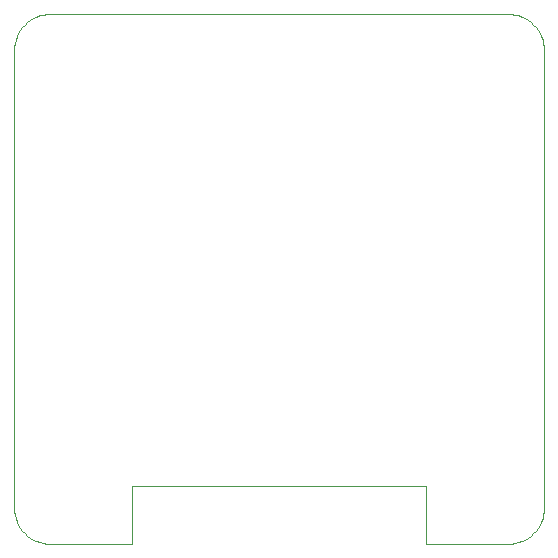
<source format=gbr>
%TF.GenerationSoftware,KiCad,Pcbnew,(5.1.10)-1*%
%TF.CreationDate,2021-08-07T16:57:52+01:00*%
%TF.ProjectId,SolarSensorATMEGA328_PCB,536f6c61-7253-4656-9e73-6f7241544d45,rev?*%
%TF.SameCoordinates,PX5734380PY7df6180*%
%TF.FileFunction,Profile,NP*%
%FSLAX46Y46*%
G04 Gerber Fmt 4.6, Leading zero omitted, Abs format (unit mm)*
G04 Created by KiCad (PCBNEW (5.1.10)-1) date 2021-08-07 16:57:52*
%MOMM*%
%LPD*%
G01*
G04 APERTURE LIST*
%TA.AperFunction,Profile*%
%ADD10C,0.100000*%
%TD*%
G04 APERTURE END LIST*
D10*
%TO.C,P6*%
X37876200Y42791200D02*
X37876200Y42791200D01*
X76521900Y42791200D02*
X37876200Y42791200D01*
X76842500Y42775100D02*
X76521900Y42791200D01*
X77153700Y42727800D02*
X76842500Y42775100D01*
X77453800Y42651000D02*
X77153700Y42727800D01*
X77741400Y42546100D02*
X77453800Y42651000D01*
X78014800Y42414700D02*
X77741400Y42546100D01*
X78272600Y42258400D02*
X78014800Y42414700D01*
X78513200Y42078700D02*
X78272600Y42258400D01*
X78735000Y41877100D02*
X78513200Y42078700D01*
X78936600Y41655200D02*
X78735000Y41877100D01*
X79116300Y41414600D02*
X78936600Y41655200D01*
X79272600Y41156700D02*
X79116300Y41414600D01*
X79403900Y40883200D02*
X79272600Y41156700D01*
X79508700Y40595600D02*
X79403900Y40883200D01*
X79585600Y40295500D02*
X79508700Y40595600D01*
X79632800Y39984300D02*
X79585600Y40295500D01*
X79648900Y39663700D02*
X79632800Y39984300D01*
X79648900Y1018000D02*
X79648900Y39663700D01*
X79632800Y697400D02*
X79648900Y1018000D01*
X79585600Y386200D02*
X79632800Y697400D01*
X79508700Y86100D02*
X79585600Y386200D01*
X79403900Y-201500D02*
X79508700Y86100D01*
X79272600Y-474900D02*
X79403900Y-201500D01*
X79116300Y-732700D02*
X79272600Y-474900D01*
X78936600Y-973300D02*
X79116300Y-732700D01*
X78735000Y-1195100D02*
X78936600Y-973300D01*
X78513200Y-1396700D02*
X78735000Y-1195100D01*
X78272600Y-1576400D02*
X78513200Y-1396700D01*
X78014800Y-1732600D02*
X78272600Y-1576400D01*
X77741400Y-1864000D02*
X78014800Y-1732600D01*
X77453800Y-1968800D02*
X77741400Y-1864000D01*
X77153700Y-2045600D02*
X77453800Y-1968800D01*
X76842500Y-2092900D02*
X77153700Y-2045600D01*
X76521900Y-2108900D02*
X76842500Y-2092900D01*
X69649000Y-2108900D02*
X76521900Y-2108900D01*
X69649000Y2791000D02*
X69649000Y-2108900D01*
X44749200Y2791000D02*
X69649000Y2791000D01*
X44749200Y-2108900D02*
X44749200Y2791000D01*
X37876200Y-2108900D02*
X44749200Y-2108900D01*
X37555600Y-2092900D02*
X37876200Y-2108900D01*
X37244400Y-2045600D02*
X37555600Y-2092900D01*
X36944300Y-1968800D02*
X37244400Y-2045600D01*
X36656700Y-1864000D02*
X36944300Y-1968800D01*
X36383200Y-1732600D02*
X36656700Y-1864000D01*
X36125400Y-1576400D02*
X36383200Y-1732600D01*
X35884700Y-1396700D02*
X36125400Y-1576400D01*
X35662800Y-1195100D02*
X35884700Y-1396700D01*
X35461300Y-973300D02*
X35662800Y-1195100D01*
X35281500Y-732700D02*
X35461300Y-973300D01*
X35125200Y-474900D02*
X35281500Y-732700D01*
X34993800Y-201500D02*
X35125200Y-474900D01*
X34888900Y86100D02*
X34993800Y-201500D01*
X34812100Y386200D02*
X34888900Y86100D01*
X34764900Y697400D02*
X34812100Y386200D01*
X34748800Y1018000D02*
X34764900Y697400D01*
X34748800Y39663700D02*
X34748800Y1018000D01*
X34764900Y39984300D02*
X34748800Y39663700D01*
X34812100Y40295500D02*
X34764900Y39984300D01*
X34888900Y40595600D02*
X34812100Y40295500D01*
X34993800Y40883200D02*
X34888900Y40595600D01*
X35125200Y41156700D02*
X34993800Y40883200D01*
X35281500Y41414600D02*
X35125200Y41156700D01*
X35461300Y41655200D02*
X35281500Y41414600D01*
X35662800Y41877100D02*
X35461300Y41655200D01*
X35884700Y42078700D02*
X35662800Y41877100D01*
X36125400Y42258400D02*
X35884700Y42078700D01*
X36383200Y42414700D02*
X36125400Y42258400D01*
X36656700Y42546100D02*
X36383200Y42414700D01*
X36944300Y42651000D02*
X36656700Y42546100D01*
X37244400Y42727800D02*
X36944300Y42651000D01*
X37555600Y42775100D02*
X37244400Y42727800D01*
X37876200Y42791200D02*
X37555600Y42775100D01*
%TD*%
M02*

</source>
